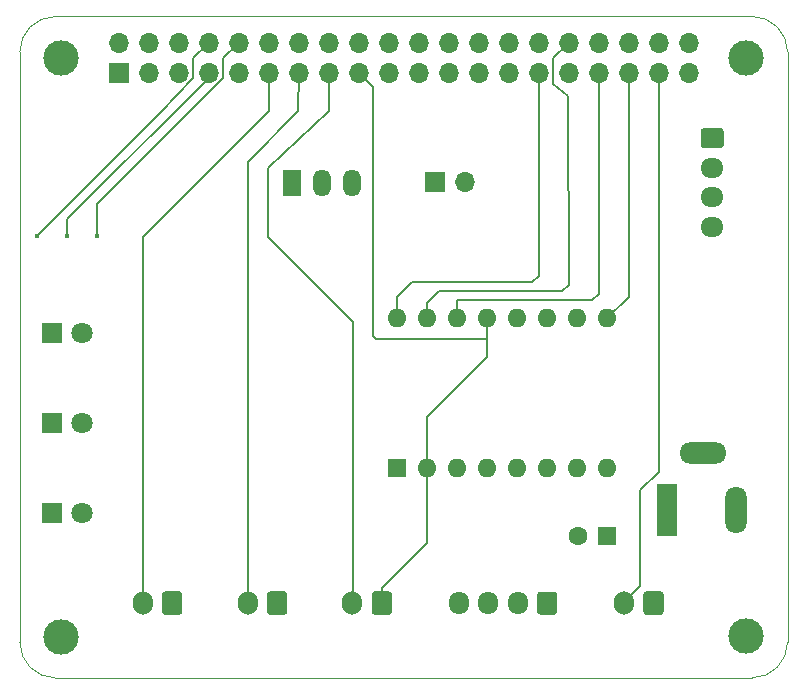
<source format=gbr>
G04 #@! TF.GenerationSoftware,KiCad,Pcbnew,5.1.9*
G04 #@! TF.CreationDate,2021-02-16T22:26:49+01:00*
G04 #@! TF.ProjectId,raspberrypi_hat,72617370-6265-4727-9279-70695f686174,rev?*
G04 #@! TF.SameCoordinates,Original*
G04 #@! TF.FileFunction,Copper,L2,Bot*
G04 #@! TF.FilePolarity,Positive*
%FSLAX46Y46*%
G04 Gerber Fmt 4.6, Leading zero omitted, Abs format (unit mm)*
G04 Created by KiCad (PCBNEW 5.1.9) date 2021-02-16 22:26:49*
%MOMM*%
%LPD*%
G01*
G04 APERTURE LIST*
G04 #@! TA.AperFunction,Profile*
%ADD10C,0.100000*%
G04 #@! TD*
G04 #@! TA.AperFunction,ComponentPad*
%ADD11R,1.600000X1.600000*%
G04 #@! TD*
G04 #@! TA.AperFunction,ComponentPad*
%ADD12C,1.600000*%
G04 #@! TD*
G04 #@! TA.AperFunction,ComponentPad*
%ADD13O,1.600000X1.600000*%
G04 #@! TD*
G04 #@! TA.AperFunction,ComponentPad*
%ADD14C,1.800000*%
G04 #@! TD*
G04 #@! TA.AperFunction,ComponentPad*
%ADD15R,1.800000X1.800000*%
G04 #@! TD*
G04 #@! TA.AperFunction,ComponentPad*
%ADD16O,1.700000X2.000000*%
G04 #@! TD*
G04 #@! TA.AperFunction,ComponentPad*
%ADD17R,1.700000X1.700000*%
G04 #@! TD*
G04 #@! TA.AperFunction,ComponentPad*
%ADD18O,1.700000X1.700000*%
G04 #@! TD*
G04 #@! TA.AperFunction,WasherPad*
%ADD19C,3.000000*%
G04 #@! TD*
G04 #@! TA.AperFunction,ComponentPad*
%ADD20R,1.500000X2.300000*%
G04 #@! TD*
G04 #@! TA.AperFunction,ComponentPad*
%ADD21O,1.500000X2.300000*%
G04 #@! TD*
G04 #@! TA.AperFunction,ComponentPad*
%ADD22O,1.700000X1.950000*%
G04 #@! TD*
G04 #@! TA.AperFunction,ComponentPad*
%ADD23O,1.950000X1.700000*%
G04 #@! TD*
G04 #@! TA.AperFunction,ComponentPad*
%ADD24O,4.000000X1.800000*%
G04 #@! TD*
G04 #@! TA.AperFunction,ComponentPad*
%ADD25O,1.800000X4.000000*%
G04 #@! TD*
G04 #@! TA.AperFunction,ComponentPad*
%ADD26R,1.800000X4.400000*%
G04 #@! TD*
G04 #@! TA.AperFunction,ViaPad*
%ADD27C,0.400000*%
G04 #@! TD*
G04 #@! TA.AperFunction,Conductor*
%ADD28C,0.200000*%
G04 #@! TD*
G04 APERTURE END LIST*
D10*
X78546356Y-63817611D02*
X78546361Y-113812375D01*
X78546356Y-63817611D02*
G75*
G02*
X81546356Y-60817611I3000000J0D01*
G01*
X140546356Y-60817611D02*
X81546356Y-60817611D01*
X140546356Y-60817611D02*
G75*
G02*
X143546356Y-63817611I0J-3000000D01*
G01*
X143546356Y-113817611D02*
X143546356Y-63817611D01*
X81546361Y-116812375D02*
G75*
G02*
X78546361Y-113812375I0J3000000D01*
G01*
X81546361Y-116812375D02*
X140546361Y-116812375D01*
X143546356Y-113817611D02*
G75*
G02*
X140546361Y-116812375I-2999995J5236D01*
G01*
D11*
X128300000Y-104800000D03*
D12*
X125800000Y-104800000D03*
D11*
X110490000Y-99060000D03*
D13*
X128270000Y-86360000D03*
X113030000Y-99060000D03*
X125730000Y-86360000D03*
X115570000Y-99060000D03*
X123190000Y-86360000D03*
X118110000Y-99060000D03*
X120650000Y-86360000D03*
X120650000Y-99060000D03*
X118110000Y-86360000D03*
X123190000Y-99060000D03*
X115570000Y-86360000D03*
X125730000Y-99060000D03*
X113030000Y-86360000D03*
X128270000Y-99060000D03*
X110490000Y-86360000D03*
D14*
X83820000Y-102870000D03*
D15*
X81280000Y-102870000D03*
D16*
X88940000Y-110490000D03*
G04 #@! TA.AperFunction,ComponentPad*
G36*
G01*
X92290000Y-109740000D02*
X92290000Y-111240000D01*
G75*
G02*
X92040000Y-111490000I-250000J0D01*
G01*
X90840000Y-111490000D01*
G75*
G02*
X90590000Y-111240000I0J250000D01*
G01*
X90590000Y-109740000D01*
G75*
G02*
X90840000Y-109490000I250000J0D01*
G01*
X92040000Y-109490000D01*
G75*
G02*
X92290000Y-109740000I0J-250000D01*
G01*
G37*
G04 #@! TD.AperFunction*
D17*
X86920000Y-65590000D03*
D18*
X86920000Y-63050000D03*
X89460000Y-65590000D03*
X89460000Y-63050000D03*
X92000000Y-65590000D03*
X92000000Y-63050000D03*
X94540000Y-65590000D03*
X94540000Y-63050000D03*
X97080000Y-65590000D03*
X97080000Y-63050000D03*
X99620000Y-65590000D03*
X99620000Y-63050000D03*
X102160000Y-65590000D03*
X102160000Y-63050000D03*
X104700000Y-65590000D03*
X104700000Y-63050000D03*
X107240000Y-65590000D03*
X107240000Y-63050000D03*
X109780000Y-65590000D03*
X109780000Y-63050000D03*
X112320000Y-65590000D03*
X112320000Y-63050000D03*
X114860000Y-65590000D03*
X114860000Y-63050000D03*
X117400000Y-65590000D03*
X117400000Y-63050000D03*
X119940000Y-65590000D03*
X119940000Y-63050000D03*
X122480000Y-65590000D03*
X122480000Y-63050000D03*
X125020000Y-65590000D03*
X125020000Y-63050000D03*
X127560000Y-65590000D03*
X127560000Y-63050000D03*
X130100000Y-65590000D03*
X130100000Y-63050000D03*
X132640000Y-65590000D03*
X132640000Y-63050000D03*
X135180000Y-65590000D03*
X135180000Y-63050000D03*
D17*
X113700000Y-74800000D03*
D18*
X116240000Y-74800000D03*
D19*
X82040000Y-64310000D03*
X140040000Y-64330000D03*
X82040000Y-113320000D03*
X140030000Y-113310000D03*
D20*
X101600000Y-74930000D03*
D21*
X104140000Y-74930000D03*
X106680000Y-74930000D03*
D15*
X81280000Y-87630000D03*
D14*
X83820000Y-87630000D03*
D15*
X81280000Y-95250000D03*
D14*
X83820000Y-95250000D03*
D22*
X115690000Y-110490000D03*
X118190000Y-110490000D03*
X120690000Y-110490000D03*
G04 #@! TA.AperFunction,ComponentPad*
G36*
G01*
X124040000Y-109765000D02*
X124040000Y-111215000D01*
G75*
G02*
X123790000Y-111465000I-250000J0D01*
G01*
X122590000Y-111465000D01*
G75*
G02*
X122340000Y-111215000I0J250000D01*
G01*
X122340000Y-109765000D01*
G75*
G02*
X122590000Y-109515000I250000J0D01*
G01*
X123790000Y-109515000D01*
G75*
G02*
X124040000Y-109765000I0J-250000D01*
G01*
G37*
G04 #@! TD.AperFunction*
G04 #@! TA.AperFunction,ComponentPad*
G36*
G01*
X136435000Y-70270000D02*
X137885000Y-70270000D01*
G75*
G02*
X138135000Y-70520000I0J-250000D01*
G01*
X138135000Y-71720000D01*
G75*
G02*
X137885000Y-71970000I-250000J0D01*
G01*
X136435000Y-71970000D01*
G75*
G02*
X136185000Y-71720000I0J250000D01*
G01*
X136185000Y-70520000D01*
G75*
G02*
X136435000Y-70270000I250000J0D01*
G01*
G37*
G04 #@! TD.AperFunction*
D23*
X137160000Y-73620000D03*
X137160000Y-76120000D03*
X137160000Y-78620000D03*
G04 #@! TA.AperFunction,ComponentPad*
G36*
G01*
X101180000Y-109740000D02*
X101180000Y-111240000D01*
G75*
G02*
X100930000Y-111490000I-250000J0D01*
G01*
X99730000Y-111490000D01*
G75*
G02*
X99480000Y-111240000I0J250000D01*
G01*
X99480000Y-109740000D01*
G75*
G02*
X99730000Y-109490000I250000J0D01*
G01*
X100930000Y-109490000D01*
G75*
G02*
X101180000Y-109740000I0J-250000D01*
G01*
G37*
G04 #@! TD.AperFunction*
D16*
X97830000Y-110490000D03*
X129700000Y-110500000D03*
G04 #@! TA.AperFunction,ComponentPad*
G36*
G01*
X133050000Y-109750000D02*
X133050000Y-111250000D01*
G75*
G02*
X132800000Y-111500000I-250000J0D01*
G01*
X131600000Y-111500000D01*
G75*
G02*
X131350000Y-111250000I0J250000D01*
G01*
X131350000Y-109750000D01*
G75*
G02*
X131600000Y-109500000I250000J0D01*
G01*
X132800000Y-109500000D01*
G75*
G02*
X133050000Y-109750000I0J-250000D01*
G01*
G37*
G04 #@! TD.AperFunction*
G04 #@! TA.AperFunction,ComponentPad*
G36*
G01*
X110050000Y-109740000D02*
X110050000Y-111240000D01*
G75*
G02*
X109800000Y-111490000I-250000J0D01*
G01*
X108600000Y-111490000D01*
G75*
G02*
X108350000Y-111240000I0J250000D01*
G01*
X108350000Y-109740000D01*
G75*
G02*
X108600000Y-109490000I250000J0D01*
G01*
X109800000Y-109490000D01*
G75*
G02*
X110050000Y-109740000I0J-250000D01*
G01*
G37*
G04 #@! TD.AperFunction*
X106700000Y-110490000D03*
D24*
X136350000Y-97816000D03*
D25*
X139150000Y-102616000D03*
D26*
X133350000Y-102616000D03*
D27*
X82550000Y-79375000D03*
X85090000Y-79375000D03*
X80010000Y-79375000D03*
D28*
X118110000Y-89662000D02*
X113030000Y-94742000D01*
X113030000Y-94742000D02*
X113030000Y-99060000D01*
X118110000Y-86360000D02*
X118110000Y-88138000D01*
X118110000Y-88138000D02*
X118110000Y-89662000D01*
X108458000Y-66808000D02*
X107240000Y-65590000D01*
X108458000Y-87884000D02*
X108458000Y-66808000D01*
X108712000Y-88138000D02*
X108458000Y-87884000D01*
X118110000Y-88138000D02*
X108712000Y-88138000D01*
X109220000Y-110490000D02*
X109220000Y-109220000D01*
X113030000Y-105410000D02*
X113030000Y-99060000D01*
X109220000Y-109220000D02*
X113030000Y-105410000D01*
X130100000Y-84530000D02*
X128270000Y-86360000D01*
X130100000Y-65590000D02*
X130100000Y-84530000D01*
X115570000Y-84836000D02*
X115570000Y-86360000D01*
X127000000Y-84836000D02*
X115570000Y-84836000D01*
X127560000Y-84276000D02*
X127000000Y-84836000D01*
X127560000Y-65590000D02*
X127560000Y-84276000D01*
X123698000Y-66548000D02*
X123698000Y-64372000D01*
X124968000Y-67564000D02*
X123698000Y-66548000D01*
X124460000Y-84074000D02*
X125020000Y-83514000D01*
X125020000Y-83514000D02*
X124968000Y-67564000D01*
X114046000Y-84074000D02*
X124460000Y-84074000D01*
X123698000Y-64372000D02*
X125020000Y-63050000D01*
X113030000Y-85090000D02*
X114046000Y-84074000D01*
X113030000Y-86360000D02*
X113030000Y-85090000D01*
X122480000Y-65590000D02*
X122480000Y-82752000D01*
X122480000Y-82752000D02*
X121920000Y-83312000D01*
X121920000Y-83312000D02*
X111760000Y-83312000D01*
X110490000Y-84582000D02*
X110490000Y-86360000D01*
X111760000Y-83312000D02*
X110490000Y-84582000D01*
X94540000Y-65988000D02*
X94540000Y-65590000D01*
X82550000Y-77978000D02*
X94540000Y-65988000D01*
X82550000Y-79375000D02*
X82550000Y-77978000D01*
X95758000Y-64372000D02*
X97080000Y-63050000D01*
X95758000Y-66040000D02*
X95758000Y-64372000D01*
X85090000Y-76708000D02*
X95758000Y-66040000D01*
X85090000Y-79375000D02*
X85090000Y-76708000D01*
X90487500Y-68897500D02*
X80010000Y-79375000D01*
X93218000Y-66040000D02*
X90487500Y-68897500D01*
X93218000Y-64372000D02*
X94540000Y-63050000D01*
X93218000Y-66040000D02*
X93218000Y-64372000D01*
X99620000Y-65590000D02*
X99620000Y-68782000D01*
X88940000Y-79462000D02*
X88940000Y-110490000D01*
X99620000Y-68782000D02*
X88940000Y-79462000D01*
X104648000Y-65642000D02*
X104700000Y-65590000D01*
X99568000Y-73660000D02*
X99568000Y-79502000D01*
X106720000Y-86654000D02*
X106720000Y-110490000D01*
X104700000Y-68834000D02*
X99568000Y-73660000D01*
X99568000Y-79502000D02*
X106720000Y-86654000D01*
X104700000Y-65590000D02*
X104700000Y-68834000D01*
X102108000Y-68834000D02*
X102160000Y-65590000D01*
X97830000Y-73152000D02*
X102108000Y-68834000D01*
X97830000Y-110490000D02*
X97830000Y-73152000D01*
X129580000Y-110490000D02*
X129794000Y-110276000D01*
X132640000Y-65590000D02*
X132640000Y-99366000D01*
X132640000Y-99366000D02*
X131064000Y-100942000D01*
X131064000Y-109006000D02*
X129580000Y-110490000D01*
X131064000Y-100942000D02*
X131064000Y-109006000D01*
M02*

</source>
